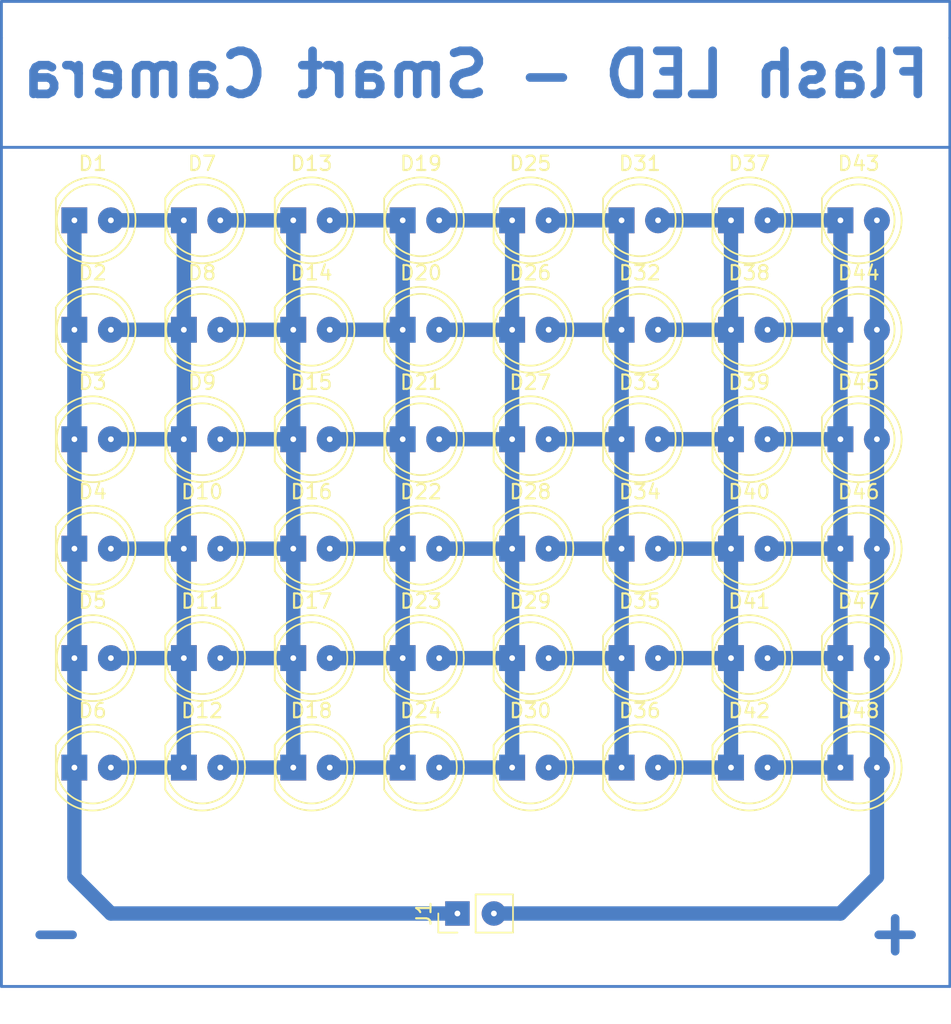
<source format=kicad_pcb>
(kicad_pcb (version 20211014) (generator pcbnew)
  (layers (0 "F.Cu" signal) (31 "B.Cu" signal) (34 "B.Paste" user) (35 "F.Paste" user) (36 "B.SilkS" user "B.Silkscreen") (37 "F.SilkS" user "F.Silkscreen") (38 "B.Mask" user) (39 "F.Mask" user) (44 "Edge.Cuts" user))
  (net 0 "")
  (net 1 "Net-(D1-Pad1)")
  (net 2 "Net-(D1-Pad2)")
  (net 3 "Net-(D10-Pad2)")
  (net 4 "Net-(D13-Pad2)")
  (net 5 "Net-(D19-Pad2)")
  (net 6 "Net-(D25-Pad2)")
  (net 7 "Net-(D31-Pad2)")
  (net 8 "Net-(D37-Pad2)")
  (net 9 "Net-(D43-Pad2)")
  (footprint "LED_THT:LED_D5.0mm" (layer "F.Cu") (at 129.54 101.6)
    (fp_text reference "D24" (at 1.27 -3.96) (layer "F.SilkS"))
    (fp_text value "LED")
    (fp_line (start -1.29 -1.545) (end -1.29 1.545) (layer "F.SilkS") (width 0.12))
    (fp_arc (start -1.29 -1.54483) (mid 2.072002 -2.880433) (end 4.26 0.000462) (layer "F.SilkS") (width 0.12))
    (fp_arc (start 4.26 -0.000462) (mid 2.072002 2.880433) (end -1.29 1.54483) (layer "F.SilkS") (width 0.12))
    (fp_circle (center 1.27 0) (end 3.77 0) (layer "F.SilkS") (width 0.12) (fill none))
    (pad "1" thru_hole rect locked (at 0 0) (size 1.8 1.8) (drill 0.4) (layers *.Cu *.Mask) (net 4 "Net-(D13-Pad2)"))
    (pad "2" thru_hole circle locked (at 2.54 0) (size 1.8 1.8) (drill 0.4) (layers *.Cu *.Mask) (net 5 "Net-(D19-Pad2)"))
  )
  (footprint "LED_THT:LED_D5.0mm" (layer "F.Cu") (at 114.3 101.6)
    (fp_text reference "D12" (at 1.27 -3.96) (layer "F.SilkS"))
    (fp_text value "LED")
    (fp_line (start -1.29 -1.545) (end -1.29 1.545) (layer "F.SilkS") (width 0.12))
    (fp_arc (start -1.29 -1.54483) (mid 2.072002 -2.880433) (end 4.26 0.000462) (layer "F.SilkS") (width 0.12))
    (fp_arc (start 4.26 -0.000462) (mid 2.072002 2.880433) (end -1.29 1.54483) (layer "F.SilkS") (width 0.12))
    (fp_circle (center 1.27 0) (end 3.77 0) (layer "F.SilkS") (width 0.12) (fill none))
    (pad "1" thru_hole rect locked (at 0 0) (size 1.8 1.8) (drill 0.4) (layers *.Cu *.Mask) (net 2 "Net-(D1-Pad2)"))
    (pad "2" thru_hole circle locked (at 2.54 0) (size 1.8 1.8) (drill 0.4) (layers *.Cu *.Mask) (net 3 "Net-(D10-Pad2)"))
  )
  (footprint "LED_THT:LED_D5.0mm" (layer "F.Cu") (at 121.92 86.36)
    (fp_text reference "D16" (at 1.27 -3.96) (layer "F.SilkS"))
    (fp_text value "LED")
    (fp_line (start -1.29 -1.545) (end -1.29 1.545) (layer "F.SilkS") (width 0.12))
    (fp_arc (start -1.29 -1.54483) (mid 2.072002 -2.880433) (end 4.26 0.000462) (layer "F.SilkS") (width 0.12))
    (fp_arc (start 4.26 -0.000462) (mid 2.072002 2.880433) (end -1.29 1.54483) (layer "F.SilkS") (width 0.12))
    (fp_circle (center 1.27 0) (end 3.77 0) (layer "F.SilkS") (width 0.12) (fill none))
    (pad "1" thru_hole rect locked (at 0 0) (size 1.8 1.8) (drill 0.4) (layers *.Cu *.Mask) (net 3 "Net-(D10-Pad2)"))
    (pad "2" thru_hole circle locked (at 2.54 0) (size 1.8 1.8) (drill 0.4) (layers *.Cu *.Mask) (net 4 "Net-(D13-Pad2)"))
  )
  (footprint "LED_THT:LED_D5.0mm" (layer "F.Cu") (at 137.16 63.5)
    (fp_text reference "D25" (at 1.27 -3.96) (layer "F.SilkS"))
    (fp_text value "LED")
    (fp_line (start -1.29 -1.545) (end -1.29 1.545) (layer "F.SilkS") (width 0.12))
    (fp_arc (start 4.26 -0.000462) (mid 2.072002 2.880433) (end -1.29 1.54483) (layer "F.SilkS") (width 0.12))
    (fp_arc (start -1.29 -1.54483) (mid 2.072002 -2.880433) (end 4.26 0.000462) (layer "F.SilkS") (width 0.12))
    (fp_circle (center 1.27 0) (end 3.77 0) (layer "F.SilkS") (width 0.12) (fill none))
    (pad "1" thru_hole rect locked (at 0 0) (size 1.8 1.8) (drill 0.4) (layers *.Cu *.Mask) (net 5 "Net-(D19-Pad2)"))
    (pad "2" thru_hole circle locked (at 2.54 0) (size 1.8 1.8) (drill 0.4) (layers *.Cu *.Mask) (net 6 "Net-(D25-Pad2)"))
  )
  (footprint "LED_THT:LED_D5.0mm" (layer "F.Cu") (at 144.78 71.12)
    (fp_text reference "D32" (at 1.27 -3.96) (layer "F.SilkS"))
    (fp_text value "LED")
    (fp_line (start -1.29 -1.545) (end -1.29 1.545) (layer "F.SilkS") (width 0.12))
    (fp_arc (start 4.26 -0.000462) (mid 2.072002 2.880433) (end -1.29 1.54483) (layer "F.SilkS") (width 0.12))
    (fp_arc (start -1.29 -1.54483) (mid 2.072002 -2.880433) (end 4.26 0.000462) (layer "F.SilkS") (width 0.12))
    (fp_circle (center 1.27 0) (end 3.77 0) (layer "F.SilkS") (width 0.12) (fill none))
    (pad "1" thru_hole rect locked (at 0 0) (size 1.8 1.8) (drill 0.4) (layers *.Cu *.Mask) (net 6 "Net-(D25-Pad2)"))
    (pad "2" thru_hole circle locked (at 2.54 0) (size 1.8 1.8) (drill 0.4) (layers *.Cu *.Mask) (net 7 "Net-(D31-Pad2)"))
  )
  (footprint "LED_THT:LED_D5.0mm" (layer "F.Cu") (at 144.78 86.36)
    (fp_text reference "D34" (at 1.27 -3.96) (layer "F.SilkS"))
    (fp_text value "LED")
    (fp_line (start -1.29 -1.545) (end -1.29 1.545) (layer "F.SilkS") (width 0.12))
    (fp_arc (start 4.26 -0.000462) (mid 2.072002 2.880433) (end -1.29 1.54483) (layer "F.SilkS") (width 0.12))
    (fp_arc (start -1.29 -1.54483) (mid 2.072002 -2.880433) (end 4.26 0.000462) (layer "F.SilkS") (width 0.12))
    (fp_circle (center 1.27 0) (end 3.77 0) (layer "F.SilkS") (width 0.12) (fill none))
    (pad "1" thru_hole rect locked (at 0 0) (size 1.8 1.8) (drill 0.4) (layers *.Cu *.Mask) (net 6 "Net-(D25-Pad2)"))
    (pad "2" thru_hole circle locked (at 2.54 0) (size 1.8 1.8) (drill 0.4) (layers *.Cu *.Mask) (net 7 "Net-(D31-Pad2)"))
  )
  (footprint "LED_THT:LED_D5.0mm" (layer "F.Cu") (at 114.3 86.36)
    (fp_text reference "D10" (at 1.27 -3.96) (layer "F.SilkS"))
    (fp_text value "LED")
    (fp_line (start -1.29 -1.545) (end -1.29 1.545) (layer "F.SilkS") (width 0.12))
    (fp_arc (start -1.29 -1.54483) (mid 2.072002 -2.880433) (end 4.26 0.000462) (layer "F.SilkS") (width 0.12))
    (fp_arc (start 4.26 -0.000462) (mid 2.072002 2.880433) (end -1.29 1.54483) (layer "F.SilkS") (width 0.12))
    (fp_circle (center 1.27 0) (end 3.77 0) (layer "F.SilkS") (width 0.12) (fill none))
    (pad "1" thru_hole rect locked (at 0 0) (size 1.8 1.8) (drill 0.4) (layers *.Cu *.Mask) (net 2 "Net-(D1-Pad2)"))
    (pad "2" thru_hole circle locked (at 2.54 0) (size 1.8 1.8) (drill 0.4) (layers *.Cu *.Mask) (net 3 "Net-(D10-Pad2)"))
  )
  (footprint "LED_THT:LED_D5.0mm" (layer "F.Cu") (at 121.92 101.6)
    (fp_text reference "D18" (at 1.27 -3.96) (layer "F.SilkS"))
    (fp_text value "LED")
    (fp_line (start -1.29 -1.545) (end -1.29 1.545) (layer "F.SilkS") (width 0.12))
    (fp_arc (start -1.29 -1.54483) (mid 2.072002 -2.880433) (end 4.26 0.000462) (layer "F.SilkS") (width 0.12))
    (fp_arc (start 4.26 -0.000462) (mid 2.072002 2.880433) (end -1.29 1.54483) (layer "F.SilkS") (width 0.12))
    (fp_circle (center 1.27 0) (end 3.77 0) (layer "F.SilkS") (width 0.12) (fill none))
    (pad "1" thru_hole rect locked (at 0 0) (size 1.8 1.8) (drill 0.4) (layers *.Cu *.Mask) (net 3 "Net-(D10-Pad2)"))
    (pad "2" thru_hole circle locked (at 2.54 0) (size 1.8 1.8) (drill 0.4) (layers *.Cu *.Mask) (net 4 "Net-(D13-Pad2)"))
  )
  (footprint "LED_THT:LED_D5.0mm" (layer "F.Cu") (at 121.92 71.12)
    (fp_text reference "D14" (at 1.27 -3.96) (layer "F.SilkS"))
    (fp_text value "LED")
    (fp_line (start -1.29 -1.545) (end -1.29 1.545) (layer "F.SilkS") (width 0.12))
    (fp_arc (start 4.26 -0.000462) (mid 2.072002 2.880433) (end -1.29 1.54483) (layer "F.SilkS") (width 0.12))
    (fp_arc (start -1.29 -1.54483) (mid 2.072002 -2.880433) (end 4.26 0.000462) (layer "F.SilkS") (width 0.12))
    (fp_circle (center 1.27 0) (end 3.77 0) (layer "F.SilkS") (width 0.12) (fill none))
    (pad "1" thru_hole rect locked (at 0 0) (size 1.8 1.8) (drill 0.4) (layers *.Cu *.Mask) (net 3 "Net-(D10-Pad2)"))
    (pad "2" thru_hole circle locked (at 2.54 0) (size 1.8 1.8) (drill 0.4) (layers *.Cu *.Mask) (net 4 "Net-(D13-Pad2)"))
  )
  (footprint "LED_THT:LED_D5.0mm" (layer "F.Cu") (at 152.4 93.98)
    (fp_text reference "D41" (at 1.27 -3.96) (layer "F.SilkS"))
    (fp_text value "LED")
    (fp_line (start -1.29 -1.545) (end -1.29 1.545) (layer "F.SilkS") (width 0.12))
    (fp_arc (start -1.29 -1.54483) (mid 2.072002 -2.880433) (end 4.26 0.000462) (layer "F.SilkS") (width 0.12))
    (fp_arc (start 4.26 -0.000462) (mid 2.072002 2.880433) (end -1.29 1.54483) (layer "F.SilkS") (width 0.12))
    (fp_circle (center 1.27 0) (end 3.77 0) (layer "F.SilkS") (width 0.12) (fill none))
    (pad "1" thru_hole rect locked (at 0 0) (size 1.8 1.8) (drill 0.4) (layers *.Cu *.Mask) (net 7 "Net-(D31-Pad2)"))
    (pad "2" thru_hole circle locked (at 2.54 0) (size 1.8 1.8) (drill 0.4) (layers *.Cu *.Mask) (net 8 "Net-(D37-Pad2)"))
  )
  (footprint "LED_THT:LED_D5.0mm" (layer "F.Cu") (at 106.68 78.74)
    (fp_text reference "D3" (at 1.27 -3.96) (layer "F.SilkS"))
    (fp_text value "LED")
    (fp_line (start -1.29 -1.545) (end -1.29 1.545) (layer "F.SilkS") (width 0.12))
    (fp_arc (start -1.29 -1.54483) (mid 2.072002 -2.880433) (end 4.26 0.000462) (layer "F.SilkS") (width 0.12))
    (fp_arc (start 4.26 -0.000462) (mid 2.072002 2.880433) (end -1.29 1.54483) (layer "F.SilkS") (width 0.12))
    (fp_circle (center 1.27 0) (end 3.77 0) (layer "F.SilkS") (width 0.12) (fill none))
    (pad "1" thru_hole rect locked (at 0 0) (size 1.8 1.8) (drill 0.4) (layers *.Cu *.Mask) (net 1 "Net-(D1-Pad1)"))
    (pad "2" thru_hole circle locked (at 2.54 0) (size 1.8 1.8) (drill 0.4) (layers *.Cu *.Mask) (net 2 "Net-(D1-Pad2)"))
  )
  (footprint "LED_THT:LED_D5.0mm" (layer "F.Cu") (at 106.68 63.5)
    (fp_text reference "D1" (at 1.27 -3.96) (layer "F.SilkS"))
    (fp_text value "LED")
    (fp_line (start -1.29 -1.545) (end -1.29 1.545) (layer "F.SilkS") (width 0.12))
    (fp_arc (start 4.26 -0.000462) (mid 2.072002 2.880433) (end -1.29 1.54483) (layer "F.SilkS") (width 0.12))
    (fp_arc (start -1.29 -1.54483) (mid 2.072002 -2.880433) (end 4.26 0.000462) (layer "F.SilkS") (width 0.12))
    (fp_circle (center 1.27 0) (end 3.77 0) (layer "F.SilkS") (width 0.12) (fill none))
    (pad "1" thru_hole rect locked (at 0 0) (size 1.8 1.8) (drill 0.4) (layers *.Cu *.Mask) (net 1 "Net-(D1-Pad1)"))
    (pad "2" thru_hole circle locked (at 2.54 0) (size 1.8 1.8) (drill 0.4) (layers *.Cu *.Mask) (net 2 "Net-(D1-Pad2)"))
  )
  (footprint "LED_THT:LED_D5.0mm" (layer "F.Cu") (at 121.92 78.74)
    (fp_text reference "D15" (at 1.27 -3.96) (layer "F.SilkS"))
    (fp_text value "LED")
    (fp_line (start -1.29 -1.545) (end -1.29 1.545) (layer "F.SilkS") (width 0.12))
    (fp_arc (start -1.29 -1.54483) (mid 2.072002 -2.880433) (end 4.26 0.000462) (layer "F.SilkS") (width 0.12))
    (fp_arc (start 4.26 -0.000462) (mid 2.072002 2.880433) (end -1.29 1.54483) (layer "F.SilkS") (width 0.12))
    (fp_circle (center 1.27 0) (end 3.77 0) (layer "F.SilkS") (width 0.12) (fill none))
    (pad "1" thru_hole rect locked (at 0 0) (size 1.8 1.8) (drill 0.4) (layers *.Cu *.Mask) (net 3 "Net-(D10-Pad2)"))
    (pad "2" thru_hole circle locked (at 2.54 0) (size 1.8 1.8) (drill 0.4) (layers *.Cu *.Mask) (net 4 "Net-(D13-Pad2)"))
  )
  (footprint "LED_THT:LED_D5.0mm" (layer "F.Cu") (at 160.02 86.36)
    (fp_text reference "D46" (at 1.27 -3.96) (layer "F.SilkS"))
    (fp_text value "LED")
    (fp_line (start -1.29 -1.545) (end -1.29 1.545) (layer "F.SilkS") (width 0.12))
    (fp_arc (start 4.26 -0.000462) (mid 2.072002 2.880433) (end -1.29 1.54483) (layer "F.SilkS") (width 0.12))
    (fp_arc (start -1.29 -1.54483) (mid 2.072002 -2.880433) (end 4.26 0.000462) (layer "F.SilkS") (width 0.12))
    (fp_circle (center 1.27 0) (end 3.77 0) (layer "F.SilkS") (width 0.12) (fill none))
    (pad "1" thru_hole rect locked (at 0 0) (size 1.8 1.8) (drill 0.4) (layers *.Cu *.Mask) (net 8 "Net-(D37-Pad2)"))
    (pad "2" thru_hole circle locked (at 2.54 0) (size 1.8 1.8) (drill 0.4) (layers *.Cu *.Mask) (net 9 "Net-(D43-Pad2)"))
  )
  (footprint "LED_THT:LED_D5.0mm" (layer "F.Cu") (at 121.92 63.5)
    (fp_text reference "D13" (at 1.27 -3.96) (layer "F.SilkS"))
    (fp_text value "LED")
    (fp_line (start -1.29 -1.545) (end -1.29 1.545) (layer "F.SilkS") (width 0.12))
    (fp_arc (start 4.26 -0.000462) (mid 2.072002 2.880433) (end -1.29 1.54483) (layer "F.SilkS") (width 0.12))
    (fp_arc (start -1.29 -1.54483) (mid 2.072002 -2.880433) (end 4.26 0.000462) (layer "F.SilkS") (width 0.12))
    (fp_circle (center 1.27 0) (end 3.77 0) (layer "F.SilkS") (width 0.12) (fill none))
    (pad "1" thru_hole rect locked (at 0 0) (size 1.8 1.8) (drill 0.4) (layers *.Cu *.Mask) (net 3 "Net-(D10-Pad2)"))
    (pad "2" thru_hole circle locked (at 2.54 0) (size 1.8 1.8) (drill 0.4) (layers *.Cu *.Mask) (net 4 "Net-(D13-Pad2)"))
  )
  (footprint "LED_THT:LED_D5.0mm" (layer "F.Cu") (at 160.02 78.74)
    (fp_text reference "D45" (at 1.27 -3.96) (layer "F.SilkS"))
    (fp_text value "LED")
    (fp_line (start -1.29 -1.545) (end -1.29 1.545) (layer "F.SilkS") (width 0.12))
    (fp_arc (start -1.29 -1.54483) (mid 2.072002 -2.880433) (end 4.26 0.000462) (layer "F.SilkS") (width 0.12))
    (fp_arc (start 4.26 -0.000462) (mid 2.072002 2.880433) (end -1.29 1.54483) (layer "F.SilkS") (width 0.12))
    (fp_circle (center 1.27 0) (end 3.77 0) (layer "F.SilkS") (width 0.12) (fill none))
    (pad "1" thru_hole rect locked (at 0 0) (size 1.8 1.8) (drill 0.4) (layers *.Cu *.Mask) (net 8 "Net-(D37-Pad2)"))
    (pad "2" thru_hole circle locked (at 2.54 0) (size 1.8 1.8) (drill 0.4) (layers *.Cu *.Mask) (net 9 "Net-(D43-Pad2)"))
  )
  (footprint "LED_THT:LED_D5.0mm" (layer "F.Cu") (at 137.16 101.6)
    (fp_text reference "D30" (at 1.27 -3.96) (layer "F.SilkS"))
    (fp_text value "LED")
    (fp_line (start -1.29 -1.545) (end -1.29 1.545) (layer "F.SilkS") (width 0.12))
    (fp_arc (start 4.26 -0.000462) (mid 2.072002 2.880433) (end -1.29 1.54483) (layer "F.SilkS") (width 0.12))
    (fp_arc (start -1.29 -1.54483) (mid 2.072002 -2.880433) (end 4.26 0.000462) (layer "F.SilkS") (width 0.12))
    (fp_circle (center 1.27 0) (end 3.77 0) (layer "F.SilkS") (width 0.12) (fill none))
    (pad "1" thru_hole rect locked (at 0 0) (size 1.8 1.8) (drill 0.4) (layers *.Cu *.Mask) (net 5 "Net-(D19-Pad2)"))
    (pad "2" thru_hole circle locked (at 2.54 0) (size 1.8 1.8) (drill 0.4) (layers *.Cu *.Mask) (net 6 "Net-(D25-Pad2)"))
  )
  (footprint "LED_THT:LED_D5.0mm" (layer "F.Cu") (at 137.16 86.36)
    (fp_text reference "D28" (at 1.27 -3.96) (layer "F.SilkS"))
    (fp_text value "LED")
    (fp_line (start -1.29 -1.545) (end -1.29 1.545) (layer "F.SilkS") (width 0.12))
    (fp_arc (start -1.29 -1.54483) (mid 2.072002 -2.880433) (end 4.26 0.000462) (layer "F.SilkS") (width 0.12))
    (fp_arc (start 4.26 -0.000462) (mid 2.072002 2.880433) (end -1.29 1.54483) (layer "F.SilkS") (width 0.12))
    (fp_circle (center 1.27 0) (end 3.77 0) (layer "F.SilkS") (width 0.12) (fill none))
    (pad "1" thru_hole rect locked (at 0 0) (size 1.8 1.8) (drill 0.4) (layers *.Cu *.Mask) (net 5 "Net-(D19-Pad2)"))
    (pad "2" thru_hole circle locked (at 2.54 0) (size 1.8 1.8) (drill 0.4) (layers *.Cu *.Mask) (net 6 "Net-(D25-Pad2)"))
  )
  (footprint "LED_THT:LED_D5.0mm" (layer "F.Cu") (at 152.4 71.12)
    (fp_text reference "D38" (at 1.27 -3.96) (layer "F.SilkS"))
    (fp_text value "LED")
    (fp_line (start -1.29 -1.545) (end -1.29 1.545) (layer "F.SilkS") (width 0.12))
    (fp_arc (start -1.29 -1.54483) (mid 2.072002 -2.880433) (end 4.26 0.000462) (layer "F.SilkS") (width 0.12))
    (fp_arc (start 4.26 -0.000462) (mid 2.072002 2.880433) (end -1.29 1.54483) (layer "F.SilkS") (width 0.12))
    (fp_circle (center 1.27 0) (end 3.77 0) (layer "F.SilkS") (width 0.12) (fill none))
    (pad "1" thru_hole rect locked (at 0 0) (size 1.8 1.8) (drill 0.4) (layers *.Cu *.Mask) (net 7 "Net-(D31-Pad2)"))
    (pad "2" thru_hole circle locked (at 2.54 0) (size 1.8 1.8) (drill 0.4) (layers *.Cu *.Mask) (net 8 "Net-(D37-Pad2)"))
  )
  (footprint "LED_THT:LED_D5.0mm" (layer "F.Cu") (at 144.78 101.6)
    (fp_text reference "D36" (at 1.27 -3.96) (layer "F.SilkS"))
    (fp_text value "LED")
    (fp_line (start -1.29 -1.545) (end -1.29 1.545) (layer "F.SilkS") (width 0.12))
    (fp_arc (start -1.29 -1.54483) (mid 2.072002 -2.880433) (end 4.26 0.000462) (layer "F.SilkS") (width 0.12))
    (fp_arc (start 4.26 -0.000462) (mid 2.072002 2.880433) (end -1.29 1.54483) (layer "F.SilkS") (width 0.12))
    (fp_circle (center 1.27 0) (end 3.77 0) (layer "F.SilkS") (width 0.12) (fill none))
    (pad "1" thru_hole rect locked (at 0 0) (size 1.8 1.8) (drill 0.4) (layers *.Cu *.Mask) (net 6 "Net-(D25-Pad2)"))
    (pad "2" thru_hole circle locked (at 2.54 0) (size 1.8 1.8) (drill 0.4) (layers *.Cu *.Mask) (net 7 "Net-(D31-Pad2)"))
  )
  (footprint "Connector_PinHeader_2.54mm:PinHeader_1x02_P2.54mm_Vertical" (layer "F.Cu") (at 133.35 111.76 90)
    (fp_text reference "J1" (at 0 -2.33 90) (layer "F.SilkS"))
    (fp_text value "Conn_01x02_Female")
    (fp_line (start -1.33 1.27) (end 1.33 1.27) (layer "F.SilkS") (width 0.12))
    (fp_line (start -1.33 3.87) (end 1.33 3.87) (layer "F.SilkS") (width 0.12))
    (fp_line (start -1.33 -1.33) (end 0 -1.33) (layer "F.SilkS") (width 0.12))
    (fp_line (start -1.33 1.27) (end -1.33 3.87) (layer "F.SilkS") (width 0.12))
    (fp_line (start -1.33 0) (end -1.33 -1.33) (layer "F.SilkS") (width 0.12))
    (fp_line (start 1.33 1.27) (end 1.33 3.87) (layer "F.SilkS") (width 0.12))
    (pad "1" thru_hole rect locked (at 0 0 90) (size 1.7 1.7) (drill 0.4) (layers *.Cu *.Mask) (net 1 "Net-(D1-Pad1)"))
    (pad "2" thru_hole oval locked (at 0 2.54 90) (size 1.7 1.7) (drill 0.4) (layers *.Cu *.Mask) (net 9 "Net-(D43-Pad2)"))
  )
  (footprint "LED_THT:LED_D5.0mm" (layer "F.Cu") (at 152.4 101.6)
    (fp_text reference "D42" (at 1.27 -3.96) (layer "F.SilkS"))
    (fp_text value "LED")
    (fp_line (start -1.29 -1.545) (end -1.29 1.545) (layer "F.SilkS") (width 0.12))
    (fp_arc (start 4.26 -0.000462) (mid 2.072002 2.880433) (end -1.29 1.54483) (layer "F.SilkS") (width 0.12))
    (fp_arc (start -1.29 -1.54483) (mid 2.072002 -2.880433) (end 4.26 0.000462) (layer "F.SilkS") (width 0.12))
    (fp_circle (center 1.27 0) (end 3.77 0) (layer "F.SilkS") (width 0.12) (fill none))
    (pad "1" thru_hole rect locked (at 0 0) (size 1.8 1.8) (drill 0.4) (layers *.Cu *.Mask) (net 7 "Net-(D31-Pad2)"))
    (pad "2" thru_hole circle locked (at 2.54 0) (size 1.8 1.8) (drill 0.4) (layers *.Cu *.Mask) (net 8 "Net-(D37-Pad2)"))
  )
  (footprint "LED_THT:LED_D5.0mm" (layer "F.Cu") (at 114.3 63.5)
    (fp_text reference "D7" (at 1.27 -3.96) (layer "F.SilkS"))
    (fp_text value "LED")
    (fp_line (start -1.29 -1.545) (end -1.29 1.545) (layer "F.SilkS") (width 0.12))
    (fp_arc (start 4.26 -0.000462) (mid 2.072002 2.880433) (end -1.29 1.54483) (layer "F.SilkS") (width 0.12))
    (fp_arc (start -1.29 -1.54483) (mid 2.072002 -2.880433) (end 4.26 0.000462) (layer "F.SilkS") (width 0.12))
    (fp_circle (center 1.27 0) (end 3.77 0) (layer "F.SilkS") (width 0.12) (fill none))
    (pad "1" thru_hole rect locked (at 0 0) (size 1.8 1.8) (drill 0.4) (layers *.Cu *.Mask) (net 2 "Net-(D1-Pad2)"))
    (pad "2" thru_hole circle locked (at 2.54 0) (size 1.8 1.8) (drill 0.4) (layers *.Cu *.Mask) (net 3 "Net-(D10-Pad2)"))
  )
  (footprint "LED_THT:LED_D5.0mm" (layer "F.Cu") (at 129.54 86.36)
    (fp_text reference "D22" (at 1.27 -3.96) (layer "F.SilkS"))
    (fp_text value "LED")
    (fp_line (start -1.29 -1.545) (end -1.29 1.545) (layer "F.SilkS") (width 0.12))
    (fp_arc (start 4.26 -0.000462) (mid 2.072002 2.880433) (end -1.29 1.54483) (layer "F.SilkS") (width 0.12))
    (fp_arc (start -1.29 -1.54483) (mid 2.072002 -2.880433) (end 4.26 0.000462) (layer "F.SilkS") (width 0.12))
    (fp_circle (center 1.27 0) (end 3.77 0) (layer "F.SilkS") (width 0.12) (fill none))
    (pad "1" thru_hole rect locked (at 0 0) (size 1.8 1.8) (drill 0.4) (layers *.Cu *.Mask) (net 4 "Net-(D13-Pad2)"))
    (pad "2" thru_hole circle locked (at 2.54 0) (size 1.8 1.8) (drill 0.4) (layers *.Cu *.Mask) (net 5 "Net-(D19-Pad2)"))
  )
  (footprint "LED_THT:LED_D5.0mm" (layer "F.Cu") (at 160.02 93.98)
    (fp_text reference "D47" (at 1.27 -3.96) (layer "F.SilkS"))
    (fp_text value "LED")
    (fp_line (start -1.29 -1.545) (end -1.29 1.545) (layer "F.SilkS") (width 0.12))
    (fp_arc (start -1.29 -1.54483) (mid 2.072002 -2.880433) (end 4.26 0.000462) (layer "F.SilkS") (width 0.12))
    (fp_arc (start 4.26 -0.000462) (mid 2.072002 2.880433) (end -1.29 1.54483) (layer "F.SilkS") (width 0.12))
    (fp_circle (center 1.27 0) (end 3.77 0) (layer "F.SilkS") (width 0.12) (fill none))
    (pad "1" thru_hole rect locked (at 0 0) (size 1.8 1.8) (drill 0.4) (layers *.Cu *.Mask) (net 8 "Net-(D37-Pad2)"))
    (pad "2" thru_hole circle locked (at 2.54 0) (size 1.8 1.8) (drill 0.4) (layers *.Cu *.Mask) (net 9 "Net-(D43-Pad2)"))
  )
  (footprint "LED_THT:LED_D5.0mm" (layer "F.Cu") (at 106.68 93.98)
    (fp_text reference "D5" (at 1.27 -3.96) (layer "F.SilkS"))
    (fp_text value "LED")
    (fp_line (start -1.29 -1.545) (end -1.29 1.545) (layer "F.SilkS") (width 0.12))
    (fp_arc (start -1.29 -1.54483) (mid 2.072002 -2.880433) (end 4.26 0.000462) (layer "F.SilkS") (width 0.12))
    (fp_arc (start 4.26 -0.000462) (mid 2.072002 2.880433) (end -1.29 1.54483) (layer "F.SilkS") (width 0.12))
    (fp_circle (center 1.27 0) (end 3.77 0) (layer "F.SilkS") (width 0.12) (fill none))
    (pad "1" thru_hole rect locked (at 0 0) (size 1.8 1.8) (drill 0.4) (layers *.Cu *.Mask) (net 1 "Net-(D1-Pad1)"))
    (pad "2" thru_hole circle locked (at 2.54 0) (size 1.8 1.8) (drill 0.4) (layers *.Cu *.Mask) (net 2 "Net-(D1-Pad2)"))
  )
  (footprint "LED_THT:LED_D5.0mm" (layer "F.Cu") (at 160.02 101.6)
    (fp_text reference "D48" (at 1.27 -3.96) (layer "F.SilkS"))
    (fp_text value "LED")
    (fp_line (start -1.29 -1.545) (end -1.29 1.545) (layer "F.SilkS") (width 0.12))
    (fp_arc (start 4.26 -0.000462) (mid 2.072002 2.880433) (end -1.29 1.54483) (layer "F.SilkS") (width 0.12))
    (fp_arc (start -1.29 -1.54483) (mid 2.072002 -2.880433) (end 4.26 0.000462) (layer "F.SilkS") (width 0.12))
    (fp_circle (center 1.27 0) (end 3.77 0) (layer "F.SilkS") (width 0.12) (fill none))
    (pad "1" thru_hole rect locked (at 0 0) (size 1.8 1.8) (drill 0.4) (layers *.Cu *.Mask) (net 8 "Net-(D37-Pad2)"))
    (pad "2" thru_hole circle locked (at 2.54 0) (size 1.8 1.8) (drill 0.4) (layers *.Cu *.Mask) (net 9 "Net-(D43-Pad2)"))
  )
  (footprint "LED_THT:LED_D5.0mm" (layer "F.Cu") (at 137.16 93.98)
    (fp_text reference "D29" (at 1.27 -3.96) (layer "F.SilkS"))
    (fp_text value "LED")
    (fp_line (start -1.29 -1.545) (end -1.29 1.545) (layer "F.SilkS") (width 0.12))
    (fp_arc (start 4.26 -0.000462) (mid 2.072002 2.880433) (end -1.29 1.54483) (layer "F.SilkS") (width 0.12))
    (fp_arc (start -1.29 -1.54483) (mid 2.072002 -2.880433) (end 4.26 0.000462) (layer "F.SilkS") (width 0.12))
    (fp_circle (center 1.27 0) (end 3.77 0) (layer "F.SilkS") (width 0.12) (fill none))
    (pad "1" thru_hole rect locked (at 0 0) (size 1.8 1.8) (drill 0.4) (layers *.Cu *.Mask) (net 5 "Net-(D19-Pad2)"))
    (pad "2" thru_hole circle locked (at 2.54 0) (size 1.8 1.8) (drill 0.4) (layers *.Cu *.Mask) (net 6 "Net-(D25-Pad2)"))
  )
  (footprint "LED_THT:LED_D5.0mm" (layer "F.Cu") (at 114.3 93.98)
    (fp_text reference "D11" (at 1.27 -3.96) (layer "F.SilkS"))
    (fp_text value "LED")
    (fp_line (start -1.29 -1.545) (end -1.29 1.545) (layer "F.SilkS") (width 0.12))
    (fp_arc (start 4.26 -0.000462) (mid 2.072002 2.880433) (end -1.29 1.54483) (layer "F.SilkS") (width 0.12))
    (fp_arc (start -1.29 -1.54483) (mid 2.072002 -2.880433) (end 4.26 0.000462) (layer "F.SilkS") (width 0.12))
    (fp_circle (center 1.27 0) (end 3.77 0) (layer "F.SilkS") (width 0.12) (fill none))
    (pad "1" thru_hole rect locked (at 0 0) (size 1.8 1.8) (drill 0.4) (layers *.Cu *.Mask) (net 2 "Net-(D1-Pad2)"))
    (pad "2" thru_hole circle locked (at 2.54 0) (size 1.8 1.8) (drill 0.4) (layers *.Cu *.Mask) (net 3 "Net-(D10-Pad2)"))
  )
  (footprint "LED_THT:LED_D5.0mm" (layer "F.Cu") (at 129.54 78.74)
    (fp_text reference "D21" (at 1.27 -3.96) (layer "F.SilkS"))
    (fp_text value "LED")
    (fp_line (start -1.29 -1.545) (end -1.29 1.545) (layer "F.SilkS") (width 0.12))
    (fp_arc (start -1.29 -1.54483) (mid 2.072002 -2.880433) (end 4.26 0.000462) (layer "F.SilkS") (width 0.12))
    (fp_arc (start 4.26 -0.000462) (mid 2.072002 2.880433) (end -1.29 1.54483) (layer "F.SilkS") (width 0.12))
    (fp_circle (center 1.27 0) (end 3.77 0) (layer "F.SilkS") (width 0.12) (fill none))
    (pad "1" thru_hole rect locked (at 0 0) (size 1.8 1.8) (drill 0.4) (layers *.Cu *.Mask) (net 4 "Net-(D13-Pad2)"))
    (pad "2" thru_hole circle locked (at 2.54 0) (size 1.8 1.8) (drill 0.4) (layers *.Cu *.Mask) (net 5 "Net-(D19-Pad2)"))
  )
  (footprint "LED_THT:LED_D5.0mm" (layer "F.Cu") (at 144.78 78.74)
    (fp_text reference "D33" (at 1.27 -3.96) (layer "F.SilkS"))
    (fp_text value "LED")
    (fp_line (start -1.29 -1.545) (end -1.29 1.545) (layer "F.SilkS") (width 0.12))
    (fp_arc (start 4.26 -0.000462) (mid 2.072002 2.880433) (end -1.29 1.54483) (layer "F.SilkS") (width 0.12))
    (fp_arc (start -1.29 -1.54483) (mid 2.072002 -2.880433) (end 4.26 0.000462) (layer "F.SilkS") (width 0.12))
    (fp_circle (center 1.27 0) (end 3.77 0) (layer "F.SilkS") (width 0.12) (fill none))
    (pad "1" thru_hole rect locked (at 0 0) (size 1.8 1.8) (drill 0.4) (layers *.Cu *.Mask) (net 6 "Net-(D25-Pad2)"))
    (pad "2" thru_hole circle locked (at 2.54 0) (size 1.8 1.8) (drill 0.4) (layers *.Cu *.Mask) (net 7 "Net-(D31-Pad2)"))
  )
  (footprint "LED_THT:LED_D5.0mm" (layer "F.Cu") (at 152.4 78.74)
    (fp_text reference "D39" (at 1.27 -3.96) (layer "F.SilkS"))
    (fp_text value "LED")
    (fp_line (start -1.29 -1.545) (end -1.29 1.545) (layer "F.SilkS") (width 0.12))
    (fp_arc (start -1.29 -1.54483) (mid 2.072002 -2.880433) (end 4.26 0.000462) (layer "F.SilkS") (width 0.12))
    (fp_arc (start 4.26 -0.000462) (mid 2.072002 2.880433) (end -1.29 1.54483) (layer "F.SilkS") (width 0.12))
    (fp_circle (center 1.27 0) (end 3.77 0) (layer "F.SilkS") (width 0.12) (fill none))
    (pad "1" thru_hole rect locked (at 0 0) (size 1.8 1.8) (drill 0.4) (layers *.Cu *.Mask) (net 7 "Net-(D31-Pad2)"))
    (pad "2" thru_hole circle locked (at 2.54 0) (size 1.8 1.8) (drill 0.4) (layers *.Cu *.Mask) (net 8 "Net-(D37-Pad2)"))
  )
  (footprint "LED_THT:LED_D5.0mm" (layer "F.Cu") (at 121.92 93.98)
    (fp_text reference "D17" (at 1.27 -3.96) (layer "F.SilkS"))
    (fp_text value "LED")
    (fp_line (start -1.29 -1.545) (end -1.29 1.545) (layer "F.SilkS") (width 0.12))
    (fp_arc (start -1.29 -1.54483) (mid 2.072002 -2.880433) (end 4.26 0.000462) (layer "F.SilkS") (width 0.12))
    (fp_arc (start 4.26 -0.000462) (mid 2.072002 2.880433) (end -1.29 1.54483) (layer "F.SilkS") (width 0.12))
    (fp_circle (center 1.27 0) (end 3.77 0) (layer "F.SilkS") (width 0.12) (fill none))
    (pad "1" thru_hole rect locked (at 0 0) (size 1.8 1.8) (drill 0.4) (layers *.Cu *.Mask) (net 3 "Net-(D10-Pad2)"))
    (pad "2" thru_hole circle locked (at 2.54 0) (size 1.8 1.8) (drill 0.4) (layers *.Cu *.Mask) (net 4 "Net-(D13-Pad2)"))
  )
  (footprint "LED_THT:LED_D5.0mm" (layer "F.Cu") (at 129.54 93.98)
    (fp_text reference "D23" (at 1.27 -3.96) (layer "F.SilkS"))
    (fp_text value "LED")
    (fp_line (start -1.29 -1.545) (end -1.29 1.545) (layer "F.SilkS") (width 0.12))
    (fp_arc (start -1.29 -1.54483) (mid 2.072002 -2.880433) (end 4.26 0.000462) (layer "F.SilkS") (width 0.12))
    (fp_arc (start 4.26 -0.000462) (mid 2.072002 2.880433) (end -1.29 1.54483) (layer "F.SilkS") (width 0.12))
    (fp_circle (center 1.27 0) (end 3.77 0) (layer "F.SilkS") (width 0.12) (fill none))
    (pad "1" thru_hole rect locked (at 0 0) (size 1.8 1.8) (drill 0.4) (layers *.Cu *.Mask) (net 4 "Net-(D13-Pad2)"))
    (pad "2" thru_hole circle locked (at 2.54 0) (size 1.8 1.8) (drill 0.4) (layers *.Cu *.Mask) (net 5 "Net-(D19-Pad2)"))
  )
  (footprint "LED_THT:LED_D5.0mm" (layer "F.Cu") (at 160.02 71.12)
    (fp_text reference "D44" (at 1.27 -3.96) (layer "F.SilkS"))
    (fp_text value "LED")
    (fp_line (start -1.29 -1.545) (end -1.29 1.545) (layer "F.SilkS") (width 0.12))
    (fp_arc (start 4.26 -0.000462) (mid 2.072002 2.880433) (end -1.29 1.54483) (layer "F.SilkS") (width 0.12))
    (fp_arc (start -1.29 -1.54483) (mid 2.072002 -2.880433) (end 4.26 0.000462) (layer "F.SilkS") (width 0.12))
    (fp_circle (center 1.27 0) (end 3.77 0) (layer "F.SilkS") (width 0.12) (fill none))
    (pad "1" thru_hole rect locked (at 0 0) (size 1.8 1.8) (drill 0.4) (layers *.Cu *.Mask) (net 8 "Net-(D37-Pad2)"))
    (pad "2" thru_hole circle locked (at 2.54 0) (size 1.8 1.8) (drill 0.4) (layers *.Cu *.Mask) (net 9 "Net-(D43-Pad2)"))
  )
  (footprint "LED_THT:LED_D5.0mm" (layer "F.Cu") (at 106.68 71.12)
    (fp_text reference "D2" (at 1.27 -3.96) (layer "F.SilkS"))
    (fp_text value "LED")
    (fp_line (start -1.29 -1.545) (end -1.29 1.545) (layer "F.SilkS") (width 0.12))
    (fp_arc (start -1.29 -1.54483) (mid 2.072002 -2.880433) (end 4.26 0.000462) (layer "F.SilkS") (width 0.12))
    (fp_arc (start 4.26 -0.000462) (mid 2.072002 2.880433) (end -1.29 1.54483) (layer "F.SilkS") (width 0.12))
    (fp_circle (center 1.27 0) (end 3.77 0) (layer "F.SilkS") (width 0.12) (fill none))
    (pad "1" thru_hole rect locked (at 0 0) (size 1.8 1.8) (drill 0.4) (layers *.Cu *.Mask) (net 1 "Net-(D1-Pad1)"))
    (pad "2" thru_hole circle locked (at 2.54 0) (size 1.8 1.8) (drill 0.4) (layers *.Cu *.Mask) (net 2 "Net-(D1-Pad2)"))
  )
  (footprint "LED_THT:LED_D5.0mm" (layer "F.Cu") (at 137.16 78.74)
    (fp_text reference "D27" (at 1.27 -3.96) (layer "F.SilkS"))
    (fp_text value "LED")
    (fp_line (start -1.29 -1.545) (end -1.29 1.545) (layer "F.SilkS") (width 0.12))
    (fp_arc (start 4.26 -0.000462) (mid 2.072002 2.880433) (end -1.29 1.54483) (layer "F.SilkS") (width 0.12))
    (fp_arc (start -1.29 -1.54483) (mid 2.072002 -2.880433) (end 4.26 0.000462) (layer "F.SilkS") (width 0.12))
    (fp_circle (center 1.27 0) (end 3.77 0) (layer "F.SilkS") (width 0.12) (fill none))
    (pad "1" thru_hole rect locked (at 0 0) (size 1.8 1.8) (drill 0.4) (layers *.Cu *.Mask) (net 5 "Net-(D19-Pad2)"))
    (pad "2" thru_hole circle locked (at 2.54 0) (size 1.8 1.8) (drill 0.4) (layers *.Cu *.Mask) (net 6 "Net-(D25-Pad2)"))
  )
  (footprint "LED_THT:LED_D5.0mm" (layer "F.Cu") (at 106.68 101.6)
    (fp_text reference "D6" (at 1.27 -3.96) (layer "F.SilkS"))
    (fp_text value "LED")
    (fp_line (start -1.29 -1.545) (end -1.29 1.545) (layer "F.SilkS") (width 0.12))
    (fp_arc (start 4.26 -0.000462) (mid 2.072002 2.880433) (end -1.29 1.54483) (layer "F.SilkS") (width 0.12))
    (fp_arc (start -1.29 -1.54483) (mid 2.072002 -2.880433) (end 4.26 0.000462) (layer "F.SilkS") (width 0.12))
    (fp_circle (center 1.27 0) (end 3.77 0) (layer "F.SilkS") (width 0.12) (fill none))
    (pad "1" thru_hole rect locked (at 0 0) (size 1.8 1.8) (drill 0.4) (layers *.Cu *.Mask) (net 1 "Net-(D1-Pad1)"))
    (pad "2" thru_hole circle locked (at 2.54 0) (size 1.8 1.8) (drill 0.4) (layers *.Cu *.Mask) (net 2 "Net-(D1-Pad2)"))
  )
  (footprint "LED_THT:LED_D5.0mm" (layer "F.Cu") (at 152.4 86.36)
    (fp_text reference "D40" (at 1.27 -3.96) (layer "F.SilkS"))
    (fp_text value "LED")
    (fp_line (start -1.29 -1.545) (end -1.29 1.545) (layer "F.SilkS") (width 0.12))
    (fp_arc (start -1.29 -1.54483) (mid 2.072002 -2.880433) (end 4.26 0.000462) (layer "F.SilkS") (width 0.12))
    (fp_arc (start 4.26 -0.000462) (mid 2.072002 2.880433) (end -1.29 1.54483) (layer "F.SilkS") (width 0.12))
    (fp_circle (center 1.27 0) (end 3.77 0) (layer "F.SilkS") (width 0.12) (fill none))
    (pad "1" thru_hole rect locked (at 0 0) (size 1.8 1.8) (drill 0.4) (layers *.Cu *.Mask) (net 7 "Net-(D31-Pad2)"))
    (pad "2" thru_hole circle locked (at 2.54 0) (size 1.8 1.8) (drill 0.4) (layers *.Cu *.Mask) (net 8 "Net-(D37-Pad2)"))
  )
  (footprint "LED_THT:LED_D5.0mm" (layer "F.Cu") (at 106.68 86.36)
    (fp_text reference "D4" (at 1.27 -3.96) (layer "F.SilkS"))
    (fp_text value "LED")
    (fp_line (start -1.29 -1.545) (end -1.29 1.545) (layer "F.SilkS") (width 0.12))
    (fp_arc (start 4.26 -0.000462) (mid 2.072002 2.880433) (end -1.29 1.54483) (layer "F.SilkS") (width 0.12))
    (fp_arc (start -1.29 -1.54483) (mid 2.072002 -2.880433) (end 4.26 0.000462) (layer "F.SilkS") (width 0.12))
    (fp_circle (center 1.27 0) (end 3.77 0) (layer "F.SilkS") (width 0.12) (fill none))
    (pad "1" thru_hole rect locked (at 0 0) (size 1.8 1.8) (drill 0.4) (layers *.Cu *.Mask) (net 1 "Net-(D1-Pad1)"))
    (pad "2" thru_hole circle locked (at 2.54 0) (size 1.8 1.8) (drill 0.4) (layers *.Cu *.Mask) (net 2 "Net-(D1-Pad2)"))
  )
  (footprint "LED_THT:LED_D5.0mm" (layer "F.Cu") (at 144.78 93.98)
    (fp_text reference "D35" (at 1.27 -3.96) (layer "F.SilkS"))
    (fp_text value "LED")
    (fp_line (start -1.29 -1.545) (end -1.29 1.545) (layer "F.SilkS") (width 0.12))
    (fp_arc (start 4.26 -0.000462) (mid 2.072002 2.880433) (end -1.29 1.54483) (layer "F.SilkS") (width 0.12))
    (fp_arc (start -1.29 -1.54483) (mid 2.072002 -2.880433) (end 4.26 0.000462) (layer "F.SilkS") (width 0.12))
    (fp_circle (center 1.27 0) (end 3.77 0) (layer "F.SilkS") (width 0.12) (fill none))
    (pad "1" thru_hole rect locked (at 0 0) (size 1.8 1.8) (drill 0.4) (layers *.Cu *.Mask) (net 6 "Net-(D25-Pad2)"))
    (pad "2" thru_hole circle locked (at 2.54 0) (size 1.8 1.8) (drill 0.4) (layers *.Cu *.Mask) (net 7 "Net-(D31-Pad2)"))
  )
  (footprint "LED_THT:LED_D5.0mm" (layer "F.Cu") (at 114.3 71.12)
    (fp_text reference "D8" (at 1.27 -3.96) (layer "F.SilkS"))
    (fp_text value "LED")
    (fp_line (start -1.29 -1.545) (end -1.29 1.545) (layer "F.SilkS") (width 0.12))
    (fp_arc (start -1.29 -1.54483) (mid 2.072002 -2.880433) (end 4.26 0.000462) (layer "F.SilkS") (width 0.12))
    (fp_arc (start 4.26 -0.000462) (mid 2.072002 2.880433) (end -1.29 1.54483) (layer "F.SilkS") (width 0.12))
    (fp_circle (center 1.27 0) (end 3.77 0) (layer "F.SilkS") (width 0.12) (fill none))
    (pad "1" thru_hole rect locked (at 0 0) (size 1.8 1.8) (drill 0.4) (layers *.Cu *.Mask) (net 2 "Net-(D1-Pad2)"))
    (pad "2" thru_hole circle locked (at 2.54 0) (size 1.8 1.8) (drill 0.4) (layers *.Cu *.Mask) (net 3 "Net-(D10-Pad2)"))
  )
  (footprint "LED_THT:LED_D5.0mm" (layer "F.Cu") (at 129.54 71.12)
    (fp_text reference "D20" (at 1.27 -3.96) (layer "F.SilkS"))
    (fp_text value "LED")
    (fp_line (start -1.29 -1.545) (end -1.29 1.545) (layer "F.SilkS") (width 0.12))
    (fp_arc (start 4.26 -0.000462) (mid 2.072002 2.880433) (end -1.29 1.54483) (layer "F.SilkS") (width 0.12))
    (fp_arc (start -1.29 -1.54483) (mid 2.072002 -2.880433) (end 4.26 0.000462) (layer "F.SilkS") (width 0.12))
    (fp_circle (center 1.27 0) (end 3.77 0) (layer "F.SilkS") (width 0.12) (fill none))
    (pad "1" thru_hole rect locked (at 0 0) (size 1.8 1.8) (drill 0.4) (layers *.Cu *.Mask) (net 4 "Net-(D13-Pad2)"))
    (pad "2" thru_hole circle locked (at 2.54 0) (size 1.8 1.8) (drill 0.4) (layers *.Cu *.Mask) (net 5 "Net-(D19-Pad2)"))
  )
  (footprint "LED_THT:LED_D5.0mm" (layer "F.Cu") (at 160.02 63.5)
    (fp_text reference "D43" (at 1.27 -3.96) (layer "F.SilkS"))
    (fp_text value "LED")
    (fp_line (start -1.29 -1.545) (end -1.29 1.545) (layer "F.SilkS") (width 0.12))
    (fp_arc (start 4.26 -0.000462) (mid 2.072002 2.880433) (end -1.29 1.54483) (layer "F.SilkS") (width 0.12))
    (fp_arc (start -1.29 -1.54483) (mid 2.072002 -2.880433) (end 4.26 0.000462) (layer "F.SilkS") (width 0.12))
    (fp_circle (center 1.27 0) (end 3.77 0) (layer "F.SilkS") (width 0.12) (fill none))
    (pad "1" thru_hole rect locked (at 0 0) (size 1.8 1.8) (drill 0.4) (layers *.Cu *.Mask) (net 8 "Net-(D37-Pad2)"))
    (pad "2" thru_hole circle locked (at 2.54 0) (size 1.8 1.8) (drill 0.4) (layers *.Cu *.Mask) (net 9 "Net-(D43-Pad2)"))
  )
  (footprint "LED_THT:LED_D5.0mm" (layer "F.Cu") (at 129.54 63.5)
    (fp_text reference "D19" (at 1.27 -3.96) (layer "F.SilkS"))
    (fp_text value "LED")
    (fp_line (start -1.29 -1.545) (end -1.29 1.545) (layer "F.SilkS") (width 0.12))
    (fp_arc (start 4.26 -0.000462) (mid 2.072002 2.880433) (end -1.29 1.54483) (layer "F.SilkS") (width 0.12))
    (fp_arc (start -1.29 -1.54483) (mid 2.072002 -2.880433) (end 4.26 0.000462) (layer "F.SilkS") (width 0.12))
    (fp_circle (center 1.27 0) (end 3.77 0) (layer "F.SilkS") (width 0.12) (fill none))
    (pad "1" thru_hole rect locked (at 0 0) (size 1.8 1.8) (drill 0.4) (layers *.Cu *.Mask) (net 4 "Net-(D13-Pad2)"))
    (pad "2" thru_hole circle locked (at 2.54 0) (size 1.8 1.8) (drill 0.4) (layers *.Cu *.Mask) (net 5 "Net-(D19-Pad2)"))
  )
  (footprint "LED_THT:LED_D5.0mm" (layer "F.Cu") (at 114.3 78.74)
    (fp_text reference "D9" (at 1.27 -3.96) (layer "F.SilkS"))
    (fp_text value "LED")
    (fp_line (start -1.29 -1.545) (end -1.29 1.545) (layer "F.SilkS") (width 0.12))
    (fp_arc (start -1.29 -1.54483) (mid 2.072002 -2.880433) (end 4.26 0.000462) (layer "F.SilkS") (width 0.12))
    (fp_arc (start 4.26 -0.000462) (mid 2.072002 2.880433) (end -1.29 1.54483) (layer "F.SilkS") (width 0.12))
    (fp_circle (center 1.27 0) (end 3.77 0) (layer "F.SilkS") (width 0.12) (fill none))
    (pad "1" thru_hole rect locked (at 0 0) (size 1.8 1.8) (drill 0.4) (layers *.Cu *.Mask) (net 2 "Net-(D1-Pad2)"))
    (pad "2" thru_hole circle locked (at 2.54 0) (size 1.8 1.8) (drill 0.4) (layers *.Cu *.Mask) (net 3 "Net-(D10-Pad2)"))
  )
  (footprint "LED_THT:LED_D5.0mm" (layer "F.Cu") (at 137.16 71.12)
    (fp_text reference "D26" (at 1.27 -3.96) (layer "F.SilkS"))
    (fp_text value "LED")
    (fp_line (start -1.29 -1.545) (end -1.29 1.545) (layer "F.SilkS") (width 0.12))
    (fp_arc (start -1.29 -1.54483) (mid 2.072002 -2.880433) (end 4.26 0.000462) (layer "F.SilkS") (width 0.12))
    (fp_arc (start 4.26 -0.000462) (mid 2.072002 2.880433) (end -1.29 1.54483) (layer "F.SilkS") (width 0.12))
    (fp_circle (center 1.27 0) (end 3.77 0) (layer "F.SilkS") (width 0.12) (fill none))
    (pad "1" thru_hole rect locked (at 0 0) (size 1.8 1.8) (drill 0.4) (layers *.Cu *.Mask) (net 5 "Net-(D19-Pad2)"))
    (pad "2" thru_hole circle locked (at 2.54 0) (size 1.8 1.8) (drill 0.4) (layers *.Cu *.Mask) (net 6 "Net-(D25-Pad2)"))
  )
  (footprint "LED_THT:LED_D5.0mm" (layer "F.Cu") (at 152.4 63.5)
    (fp_text reference "D37" (at 1.27 -3.96) (layer "F.SilkS"))
    (fp_text value "LED")
    (fp_line (start -1.29 -1.545) (end -1.29 1.545) (layer "F.SilkS") (width 0.12))
    (fp_arc (start 4.26 -0.000462) (mid 2.072002 2.880433) (end -1.29 1.54483) (layer "F.SilkS") (width 0.12))
    (fp_arc (start -1.29 -1.54483) (mid 2.072002 -2.880433) (end 4.26 0.000462) (layer "F.SilkS") (width 0.12))
    (fp_circle (center 1.27 0) (end 3.77 0) (layer "F.SilkS") (width 0.12) (fill none))
    (pad "1" thru_hole rect locked (at 0 0) (size 1.8 1.8) (drill 0.4) (layers *.Cu *.Mask) (net 7 "Net-(D31-Pad2)"))
    (pad "2" thru_hole circle locked (at 2.54 0) (size 1.8 1.8) (drill 0.4) (layers *.Cu *.Mask) (net 8 "Net-(D37-Pad2)"))
  )
  (footprint "LED_THT:LED_D5.0mm" (layer "F.Cu") (at 144.78 63.5)
    (fp_text reference "D31" (at 1.27 -3.96) (layer "F.SilkS"))
    (fp_text value "LED")
    (fp_line (start -1.29 -1.545) (end -1.29 1.545) (layer "F.SilkS") (width 0.12))
    (fp_arc (start -1.29 -1.54483) (mid 2.072002 -2.880433) (end 4.26 0.000462) (layer "F.SilkS") (width 0.12))
    (fp_arc (start 4.26 -0.000462) (mid 2.072002 2.880433) (end -1.29 1.54483) (layer "F.SilkS") (width 0.12))
    (fp_circle (center 1.27 0) (end 3.77 0) (layer "F.SilkS") (width 0.12) (fill none))
    (pad "1" thru_hole rect locked (at 0 0) (size 1.8 1.8) (drill 0.4) (layers *.Cu *.Mask) (net 6 "Net-(D25-Pad2)"))
    (pad "2" thru_hole circle locked (at 2.54 0) (size 1.8 1.8) (drill 0.4) (layers *.Cu *.Mask) (net 7 "Net-(D31-Pad2)"))
  )
  (gr_line (start 101.6 116.84) (end 101.6 58.42) (layer "B.Cu") (width 0.2))
  (gr_line (start 167.64 48.26) (end 101.6 48.26) (layer "B.Cu") (width 0.2))
  (gr_line (start 101.6 50.8) (end 101.6 58.42) (layer "B.Cu") (width 0.2))
  (gr_line (start 101.6 58.42) (end 167.64 58.42) (layer "B.Cu") (width 0.2))
  (gr_line (start 167.64 58.42) (end 167.64 116.84) (layer "B.Cu") (width 0.2))
  (gr_line (start 167.64 50.8) (end 167.64 48.26) (layer "B.Cu") (width 0.2))
  (gr_line (start 101.6 116.84) (end 167.64 116.84) (layer "B.Cu") (width 0.2))
  (gr_line (start 101.6 48.26) (end 101.6 50.8) (layer "B.Cu") (width 0.2))
  (gr_line (start 167.64 58.42) (end 167.64 50.8) (layer "B.Cu") (width 0.2))
  (gr_text "Flash LED - Smart Camera" (at 134.62 53.34) (layer "B.Cu") (effects (font (size 3 3) (thickness 0.6)) (justify mirror)))
  (gr_text "+" (at 163.83 113.03) (layer "B.Cu") (effects (font (size 3 3) (thickness 0.6)) (justify mirror)))
  (gr_text "-" (at 105.41 113.03) (layer "B.Cu") (effects (font (size 3 3) (thickness 0.6)) (justify mirror)))
  (segment (start 106.68 109.22) (end 109.22 111.76) (width 1) (layer "B.Cu") (net 1))
  (segment (start 106.68 101.6) (end 106.68 63.5) (width 1) (layer "B.Cu") (net 1))
  (segment (start 106.68 101.6) (end 106.68 109.22) (width 1) (layer "B.Cu") (net 1))
  (segment (start 109.22 111.76) (end 133.35 111.76) (width 1) (layer "B.Cu") (net 1))
  (segment (start 109.22 78.74) (end 114.3 78.74) (width 1) (layer "B.Cu") (net 2))
  (segment (start 109.22 86.36) (end 114.3 86.36) (width 1) (layer "B.Cu") (net 2))
  (segment (start 109.22 71.12) (end 114.3 71.12) (width 1) (layer "B.Cu") (net 2))
  (segment (start 109.22 63.5) (end 114.3 63.5) (width 1) (layer "B.Cu") (net 2))
  (segment (start 114.3 63.5) (end 114.3 101.6) (width 1) (layer "B.Cu") (net 2))
  (segment (start 109.22 93.98) (end 114.3 93.98) (width 1) (layer "B.Cu") (net 2))
  (segment (start 109.22 101.6) (end 114.3 101.6) (width 1) (layer "B.Cu") (net 2))
  (segment (start 116.84 63.5) (end 121.92 63.5) (width 1) (layer "B.Cu") (net 3))
  (segment (start 116.84 93.98) (end 121.92 93.98) (width 1) (layer "B.Cu") (net 3))
  (segment (start 116.84 86.36) (end 121.92 86.36) (width 1) (layer "B.Cu") (net 3))
  (segment (start 116.84 101.6) (end 121.92 101.6) (width 1) (layer "B.Cu") (net 3))
  (segment (start 121.92 63.5) (end 121.92 101.6) (width 1) (layer "B.Cu") (net 3))
  (segment (start 116.84 78.74) (end 121.92 78.74) (width 1) (layer "B.Cu") (net 3))
  (segment (start 116.84 71.12) (end 121.92 71.12) (width 1) (layer "B.Cu") (net 3))
  (segment (start 124.46 71.12) (end 129.54 71.12) (width 1) (layer "B.Cu") (net 4))
  (segment (start 129.54 63.5) (end 129.54 101.6) (width 1) (layer "B.Cu") (net 4))
  (segment (start 124.46 86.36) (end 129.54 86.36) (width 1) (layer "B.Cu") (net 4))
  (segment (start 124.46 93.98) (end 129.54 93.98) (width 1) (layer "B.Cu") (net 4))
  (segment (start 124.46 63.5) (end 129.54 63.5) (width 1) (layer "B.Cu") (net 4))
  (segment (start 124.46 78.74) (end 129.54 78.74) (width 1) (layer "B.Cu") (net 4))
  (segment (start 124.46 101.6) (end 129.54 101.6) (width 1) (layer "B.Cu") (net 4))
  (segment (start 132.08 78.74) (end 137.16 78.74) (width 1) (layer "B.Cu") (net 5))
  (segment (start 132.08 101.6) (end 137.16 101.6) (width 1) (layer "B.Cu") (net 5))
  (segment (start 137.16 63.5) (end 137.16 101.6) (width 1) (layer "B.Cu") (net 5))
  (segment (start 132.08 63.5) (end 137.16 63.5) (width 1) (layer "B.Cu") (net 5))
  (segment (start 132.08 86.36) (end 137.16 86.36) (width 1) (layer "B.Cu") (net 5))
  (segment (start 132.08 71.12) (end 137.16 71.12) (width 1) (layer "B.Cu") (net 5))
  (segment (start 132.08 93.98) (end 137.16 93.98) (width 1) (layer "B.Cu") (net 5))
  (segment (start 139.7 93.98) (end 144.78 93.98) (width 1) (layer "B.Cu") (net 6))
  (segment (start 139.7 101.6) (end 144.78 101.6) (width 1) (layer "B.Cu") (net 6))
  (segment (start 139.7 71.12) (end 144.78 71.12) (width 1) (layer "B.Cu") (net 6))
  (segment (start 139.7 86.36) (end 144.78 86.36) (width 1) (layer "B.Cu") (net 6))
  (segment (start 139.7 63.5) (end 144.78 63.5) (width 1) (layer "B.Cu") (net 6))
  (segment (start 144.78 63.5) (end 144.78 101.6) (width 1) (layer "B.Cu") (net 6))
  (segment (start 139.7 78.74) (end 144.78 78.74) (width 1) (layer "B.Cu") (net 6))
  (segment (start 147.32 101.6) (end 152.4 101.6) (width 1) (layer "B.Cu") (net 7))
  (segment (start 147.32 86.36) (end 152.4 86.36) (width 1) (layer "B.Cu") (net 7))
  (segment (start 147.32 78.74) (end 152.4 78.74) (width 1) (layer "B.Cu") (net 7))
  (segment (start 147.32 63.5) (end 152.4 63.5) (width 1) (layer "B.Cu") (net 7))
  (segment (start 152.4 63.5) (end 152.4 101.6) (width 1) (layer "B.Cu") (net 7))
  (segment (start 147.32 93.98) (end 152.4 93.98) (width 1) (layer "B.Cu") (net 7))
  (segment (start 147.32 71.12) (end 152.4 71.12) (width 1) (layer "B.Cu") (net 7))
  (segment (start 160.02 63.5) (end 160.02 101.6) (width 1) (layer "B.Cu") (net 8))
  (segment (start 154.94 63.5) (end 160.02 63.5) (width 1) (layer "B.Cu") (net 8))
  (segment (start 154.94 71.12) (end 160.02 71.12) (width 1) (layer "B.Cu") (net 8))
  (segment (start 154.94 86.36) (end 160.02 86.36) (width 1) (layer "B.Cu") (net 8))
  (segment (start 154.94 101.6) (end 160.02 101.6) (width 1) (layer "B.Cu") (net 8))
  (segment (start 154.94 93.98) (end 160.02 93.98) (width 1) (layer "B.Cu") (net 8))
  (segment (start 154.94 78.74) (end 160.02 78.74) (width 1) (layer "B.Cu") (net 8))
  (segment (start 162.56 109.22) (end 162.56 101.6) (width 1) (layer "B.Cu") (net 9))
  (segment (start 162.56 93.98) (end 162.56 63.5) (width 1) (layer "B.Cu") (net 9))
  (segment (start 162.56 101.6) (end 162.56 93.98) (width 1) (layer "B.Cu") (net 9))
  (segment (start 160.02 111.76) (end 162.56 109.22) (width 1) (layer "B.Cu") (net 9))
  (segment (start 135.89 111.76) (end 160.02 111.76) (width 1) (layer "B.Cu") (net 9))
)
</source>
